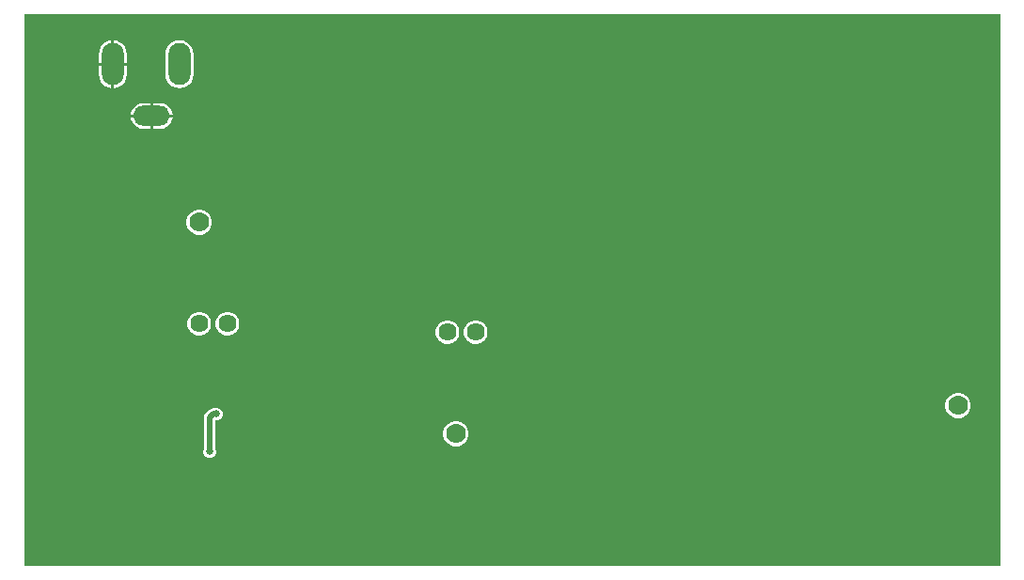
<source format=gbl>
G04*
G04 #@! TF.GenerationSoftware,Altium Limited,Altium Designer,24.10.1 (45)*
G04*
G04 Layer_Physical_Order=2*
G04 Layer_Color=16711680*
%FSLAX44Y44*%
%MOMM*%
G71*
G04*
G04 #@! TF.SameCoordinates,850EB1A7-B970-4B75-A401-C25B3E3AA128*
G04*
G04*
G04 #@! TF.FilePolarity,Positive*
G04*
G01*
G75*
%ADD10C,0.5080*%
%ADD32C,1.7780*%
%ADD33C,1.6200*%
%ADD34O,2.0000X3.8000*%
%ADD35O,3.3000X1.8000*%
%ADD36C,0.6350*%
G36*
X883820Y5179D02*
X5179D01*
Y502821D01*
X883820D01*
Y5179D01*
D02*
G37*
%LPC*%
G36*
X86050Y478681D02*
Y458470D01*
X97428D01*
Y466200D01*
X96997Y469474D01*
X95734Y472524D01*
X93724Y475144D01*
X91104Y477154D01*
X88054Y478417D01*
X86050Y478681D01*
D02*
G37*
G36*
X83510D02*
X81506Y478417D01*
X78456Y477154D01*
X75836Y475144D01*
X73826Y472524D01*
X72563Y469474D01*
X72132Y466200D01*
Y458470D01*
X83510D01*
Y478681D01*
D02*
G37*
G36*
X97428Y455930D02*
X86050D01*
Y435719D01*
X88054Y435983D01*
X91104Y437246D01*
X93724Y439256D01*
X95734Y441876D01*
X96997Y444926D01*
X97428Y448200D01*
Y455930D01*
D02*
G37*
G36*
X83510D02*
X72132D01*
Y448200D01*
X72563Y444926D01*
X73826Y441876D01*
X75836Y439256D01*
X78456Y437246D01*
X81506Y435983D01*
X83510Y435719D01*
Y455930D01*
D02*
G37*
G36*
X144780Y478848D02*
X141506Y478417D01*
X138456Y477154D01*
X135836Y475144D01*
X133826Y472524D01*
X132563Y469474D01*
X132132Y466200D01*
Y448200D01*
X132563Y444926D01*
X133826Y441876D01*
X135836Y439256D01*
X138456Y437246D01*
X141506Y435983D01*
X144780Y435552D01*
X148054Y435983D01*
X151104Y437246D01*
X153724Y439256D01*
X155734Y441876D01*
X156997Y444926D01*
X157428Y448200D01*
Y466200D01*
X156997Y469474D01*
X155734Y472524D01*
X153724Y475144D01*
X151104Y477154D01*
X148054Y478417D01*
X144780Y478848D01*
D02*
G37*
G36*
X127280Y422340D02*
X121050D01*
Y411970D01*
X138752D01*
X138523Y413713D01*
X137360Y416520D01*
X135510Y418930D01*
X133100Y420780D01*
X130293Y421943D01*
X127280Y422340D01*
D02*
G37*
G36*
X118510D02*
X112280D01*
X109267Y421943D01*
X106460Y420780D01*
X104050Y418930D01*
X102200Y416520D01*
X101037Y413713D01*
X100808Y411970D01*
X118510D01*
Y422340D01*
D02*
G37*
G36*
X138752Y409430D02*
X121050D01*
Y399060D01*
X127280D01*
X130293Y399457D01*
X133100Y400620D01*
X135510Y402470D01*
X137360Y404880D01*
X138523Y407687D01*
X138752Y409430D01*
D02*
G37*
G36*
X118510D02*
X100808D01*
X101037Y407687D01*
X102200Y404880D01*
X104050Y402470D01*
X106460Y400620D01*
X109267Y399457D01*
X112280Y399060D01*
X118510D01*
Y409430D01*
D02*
G37*
G36*
X164065Y326390D02*
X161055D01*
X158148Y325611D01*
X155542Y324106D01*
X153414Y321978D01*
X151909Y319372D01*
X151130Y316465D01*
Y313455D01*
X151909Y310548D01*
X153414Y307942D01*
X155542Y305814D01*
X158148Y304309D01*
X161055Y303530D01*
X164065D01*
X166972Y304309D01*
X169578Y305814D01*
X171706Y307942D01*
X173211Y310548D01*
X173990Y313455D01*
Y316465D01*
X173211Y319372D01*
X171706Y321978D01*
X169578Y324106D01*
X166972Y325611D01*
X164065Y326390D01*
D02*
G37*
G36*
X189361Y234144D02*
X186559D01*
X183853Y233418D01*
X181427Y232018D01*
X179446Y230037D01*
X178045Y227610D01*
X177320Y224904D01*
Y222103D01*
X178045Y219397D01*
X179446Y216970D01*
X181427Y214989D01*
X183853Y213589D01*
X186559Y212863D01*
X189361D01*
X192067Y213589D01*
X194493Y214989D01*
X196474Y216970D01*
X197875Y219397D01*
X198600Y222103D01*
Y224904D01*
X197875Y227610D01*
X196474Y230037D01*
X194493Y232018D01*
X192067Y233418D01*
X189361Y234144D01*
D02*
G37*
G36*
X163961D02*
X161159D01*
X158453Y233418D01*
X156027Y232018D01*
X154046Y230037D01*
X152645Y227610D01*
X151920Y224904D01*
Y222103D01*
X152645Y219397D01*
X154046Y216970D01*
X156027Y214989D01*
X158453Y213589D01*
X161159Y212863D01*
X163961D01*
X166667Y213589D01*
X169093Y214989D01*
X171074Y216970D01*
X172475Y219397D01*
X173200Y222103D01*
Y224904D01*
X172475Y227610D01*
X171074Y230037D01*
X169093Y232018D01*
X166667Y233418D01*
X163961Y234144D01*
D02*
G37*
G36*
X412881Y226540D02*
X410079D01*
X407373Y225815D01*
X404947Y224414D01*
X402966Y222433D01*
X401565Y220007D01*
X400840Y217301D01*
Y214499D01*
X401565Y211793D01*
X402966Y209367D01*
X404947Y207386D01*
X407373Y205985D01*
X410079Y205260D01*
X412881D01*
X415587Y205985D01*
X418013Y207386D01*
X419994Y209367D01*
X421395Y211793D01*
X422120Y214499D01*
Y217301D01*
X421395Y220007D01*
X419994Y222433D01*
X418013Y224414D01*
X415587Y225815D01*
X412881Y226540D01*
D02*
G37*
G36*
X387481D02*
X384679D01*
X381973Y225815D01*
X379547Y224414D01*
X377566Y222433D01*
X376165Y220007D01*
X375440Y217301D01*
Y214499D01*
X376165Y211793D01*
X377566Y209367D01*
X379547Y207386D01*
X381973Y205985D01*
X384679Y205260D01*
X387481D01*
X390187Y205985D01*
X392613Y207386D01*
X394594Y209367D01*
X395995Y211793D01*
X396720Y214499D01*
Y217301D01*
X395995Y220007D01*
X394594Y222433D01*
X392613Y224414D01*
X390187Y225815D01*
X387481Y226540D01*
D02*
G37*
G36*
X847325Y161290D02*
X844315D01*
X841408Y160511D01*
X838802Y159006D01*
X836674Y156878D01*
X835169Y154272D01*
X834390Y151365D01*
Y148355D01*
X835169Y145448D01*
X836674Y142842D01*
X838802Y140714D01*
X841408Y139209D01*
X844315Y138430D01*
X847325D01*
X850232Y139209D01*
X852838Y140714D01*
X854966Y142842D01*
X856471Y145448D01*
X857250Y148355D01*
Y151365D01*
X856471Y154272D01*
X854966Y156878D01*
X852838Y159006D01*
X850232Y160511D01*
X847325Y161290D01*
D02*
G37*
G36*
X395205Y135890D02*
X392195D01*
X389288Y135111D01*
X386682Y133606D01*
X384554Y131478D01*
X383049Y128872D01*
X382270Y125965D01*
Y122955D01*
X383049Y120048D01*
X384554Y117442D01*
X386682Y115314D01*
X389288Y113809D01*
X392195Y113030D01*
X395205D01*
X398112Y113809D01*
X400718Y115314D01*
X402846Y117442D01*
X404351Y120048D01*
X405130Y122955D01*
Y125965D01*
X404351Y128872D01*
X402846Y131478D01*
X400718Y133606D01*
X398112Y135111D01*
X395205Y135890D01*
D02*
G37*
G36*
X178937Y147955D02*
X176663D01*
X175370Y147420D01*
X175260D01*
X173278Y147025D01*
X171597Y145903D01*
X168181Y142486D01*
X167058Y140805D01*
X166663Y138823D01*
Y110773D01*
X166128Y109480D01*
Y107206D01*
X166998Y105106D01*
X168606Y103498D01*
X170706Y102628D01*
X172980D01*
X175080Y103498D01*
X176688Y105106D01*
X177558Y107206D01*
Y109480D01*
X177023Y110773D01*
Y136525D01*
X178937D01*
X181037Y137395D01*
X182645Y139003D01*
X183515Y141103D01*
Y143377D01*
X182645Y145477D01*
X181037Y147085D01*
X178937Y147955D01*
D02*
G37*
%LPD*%
D10*
X175260Y142240D02*
X177800D01*
X171843Y108343D02*
Y138823D01*
X175260Y142240D01*
D32*
X393700Y73660D02*
D03*
Y48260D02*
D03*
Y124460D02*
D03*
Y99060D02*
D03*
X213360Y314960D02*
D03*
X238760D02*
D03*
X162560D02*
D03*
X187960D02*
D03*
X845820Y124460D02*
D03*
Y149860D02*
D03*
Y73660D02*
D03*
Y99060D02*
D03*
D33*
X187960Y223503D02*
D03*
X162560D02*
D03*
X411480Y215900D02*
D03*
X386080D02*
D03*
D34*
X144780Y457200D02*
D03*
X84780D02*
D03*
D35*
X119780Y410700D02*
D03*
D36*
X177800Y142240D02*
D03*
X171843Y108343D02*
D03*
X742484Y82521D02*
D03*
X694224D02*
D03*
X638344D02*
D03*
X582464D02*
D03*
X320040Y452120D02*
D03*
X195580Y396240D02*
D03*
X303084Y138010D02*
D03*
X50800Y25400D02*
D03*
X116840Y142240D02*
D03*
M02*

</source>
